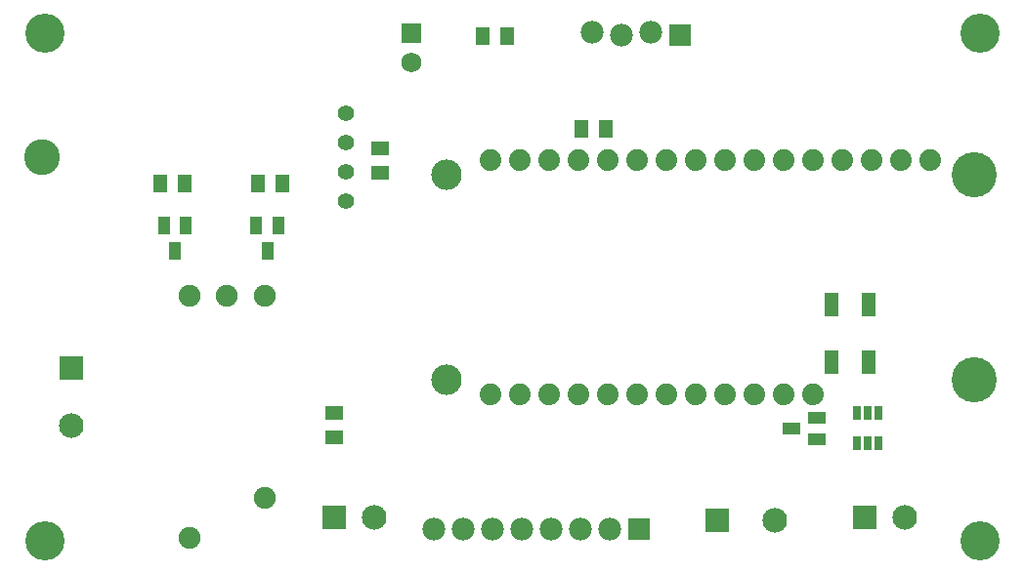
<source format=gbs>
G75*
G70*
%OFA0B0*%
%FSLAX24Y24*%
%IPPOS*%
%LPD*%
%AMOC8*
5,1,8,0,0,1.08239X$1,22.5*
%
%ADD10C,0.1339*%
%ADD11C,0.0749*%
%ADD12R,0.0840X0.0840*%
%ADD13C,0.0840*%
%ADD14C,0.1040*%
%ADD15C,0.1540*%
%ADD16C,0.0740*%
%ADD17C,0.0555*%
%ADD18C,0.1221*%
%ADD19R,0.0780X0.0780*%
%ADD20C,0.0780*%
%ADD21R,0.0473X0.0631*%
%ADD22R,0.0434X0.0591*%
%ADD23C,0.0690*%
%ADD24R,0.0690X0.0690*%
%ADD25R,0.0257X0.0512*%
%ADD26R,0.0591X0.0434*%
%ADD27R,0.0512X0.0827*%
%ADD28R,0.0631X0.0473*%
D10*
X001725Y001725D03*
X033615Y001725D03*
X001725Y019048D03*
X033615Y019048D03*
D11*
X009205Y010091D03*
X007926Y010091D03*
X006646Y010091D03*
X009205Y003201D03*
X006646Y001823D03*
D12*
X002611Y007630D03*
X024658Y002414D03*
X029678Y002512D03*
X011567Y002512D03*
D13*
X002611Y005662D03*
X026626Y002414D03*
X031056Y002512D03*
X012945Y002512D03*
D14*
X015402Y007209D03*
X015402Y014209D03*
D15*
X033402Y007209D03*
X033402Y014209D03*
D16*
X027902Y006709D03*
X026902Y006709D03*
X025902Y006709D03*
X024902Y006709D03*
X023902Y006709D03*
X022902Y006709D03*
X021902Y006709D03*
X020902Y006709D03*
X019902Y006709D03*
X018902Y006709D03*
X017902Y006709D03*
X016902Y006709D03*
X027902Y014709D03*
X026902Y014709D03*
X025902Y014709D03*
X024902Y014709D03*
X023902Y014709D03*
X022902Y014709D03*
X021902Y014709D03*
X020902Y014709D03*
X019902Y014709D03*
X018902Y014709D03*
X017902Y014709D03*
X016902Y014709D03*
X028902Y014709D03*
X029902Y014709D03*
X030902Y014709D03*
X031902Y014709D03*
D17*
X011985Y013315D03*
X011985Y014315D03*
X011985Y015315D03*
X011985Y016315D03*
D18*
X001626Y014815D03*
D19*
X022000Y002119D03*
X023378Y018998D03*
D20*
X021000Y002119D03*
X020000Y002119D03*
X019000Y002119D03*
X018000Y002119D03*
X017000Y002119D03*
X016000Y002119D03*
X015000Y002119D03*
X022378Y019098D03*
X021378Y018998D03*
X020378Y019098D03*
D21*
X020839Y015800D03*
X020012Y015800D03*
X017493Y018949D03*
X016666Y018949D03*
X009815Y013930D03*
X008989Y013930D03*
X006469Y013930D03*
X005642Y013930D03*
D22*
X006154Y011626D03*
X006528Y012493D03*
X005780Y012493D03*
X009304Y011626D03*
X009678Y012493D03*
X008930Y012493D03*
D23*
X014225Y018056D03*
D24*
X014225Y019056D03*
D25*
X029402Y006075D03*
X029776Y006075D03*
X030150Y006075D03*
X030150Y005052D03*
X029402Y005052D03*
X029776Y005052D03*
D26*
X027178Y005563D03*
X028044Y005189D03*
X028044Y005937D03*
D27*
X028556Y009796D03*
X029815Y009796D03*
X028556Y007827D03*
X029815Y007827D03*
D28*
X011567Y006075D03*
X011567Y005248D03*
X013142Y014304D03*
X013142Y015130D03*
M02*

</source>
